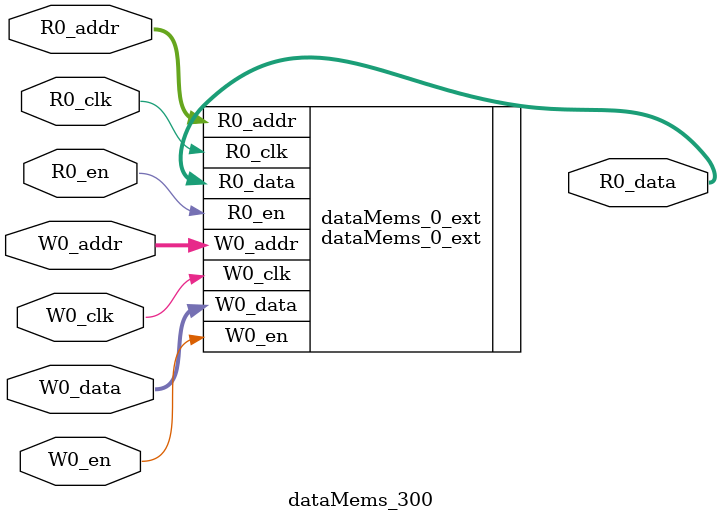
<source format=sv>
`ifndef RANDOMIZE
  `ifdef RANDOMIZE_REG_INIT
    `define RANDOMIZE
  `endif // RANDOMIZE_REG_INIT
`endif // not def RANDOMIZE
`ifndef RANDOMIZE
  `ifdef RANDOMIZE_MEM_INIT
    `define RANDOMIZE
  `endif // RANDOMIZE_MEM_INIT
`endif // not def RANDOMIZE

`ifndef RANDOM
  `define RANDOM $random
`endif // not def RANDOM

// Users can define 'PRINTF_COND' to add an extra gate to prints.
`ifndef PRINTF_COND_
  `ifdef PRINTF_COND
    `define PRINTF_COND_ (`PRINTF_COND)
  `else  // PRINTF_COND
    `define PRINTF_COND_ 1
  `endif // PRINTF_COND
`endif // not def PRINTF_COND_

// Users can define 'ASSERT_VERBOSE_COND' to add an extra gate to assert error printing.
`ifndef ASSERT_VERBOSE_COND_
  `ifdef ASSERT_VERBOSE_COND
    `define ASSERT_VERBOSE_COND_ (`ASSERT_VERBOSE_COND)
  `else  // ASSERT_VERBOSE_COND
    `define ASSERT_VERBOSE_COND_ 1
  `endif // ASSERT_VERBOSE_COND
`endif // not def ASSERT_VERBOSE_COND_

// Users can define 'STOP_COND' to add an extra gate to stop conditions.
`ifndef STOP_COND_
  `ifdef STOP_COND
    `define STOP_COND_ (`STOP_COND)
  `else  // STOP_COND
    `define STOP_COND_ 1
  `endif // STOP_COND
`endif // not def STOP_COND_

// Users can define INIT_RANDOM as general code that gets injected into the
// initializer block for modules with registers.
`ifndef INIT_RANDOM
  `define INIT_RANDOM
`endif // not def INIT_RANDOM

// If using random initialization, you can also define RANDOMIZE_DELAY to
// customize the delay used, otherwise 0.002 is used.
`ifndef RANDOMIZE_DELAY
  `define RANDOMIZE_DELAY 0.002
`endif // not def RANDOMIZE_DELAY

// Define INIT_RANDOM_PROLOG_ for use in our modules below.
`ifndef INIT_RANDOM_PROLOG_
  `ifdef RANDOMIZE
    `ifdef VERILATOR
      `define INIT_RANDOM_PROLOG_ `INIT_RANDOM
    `else  // VERILATOR
      `define INIT_RANDOM_PROLOG_ `INIT_RANDOM #`RANDOMIZE_DELAY begin end
    `endif // VERILATOR
  `else  // RANDOMIZE
    `define INIT_RANDOM_PROLOG_
  `endif // RANDOMIZE
`endif // not def INIT_RANDOM_PROLOG_

// Include register initializers in init blocks unless synthesis is set
`ifndef SYNTHESIS
  `ifndef ENABLE_INITIAL_REG_
    `define ENABLE_INITIAL_REG_
  `endif // not def ENABLE_INITIAL_REG_
`endif // not def SYNTHESIS

// Include rmemory initializers in init blocks unless synthesis is set
`ifndef SYNTHESIS
  `ifndef ENABLE_INITIAL_MEM_
    `define ENABLE_INITIAL_MEM_
  `endif // not def ENABLE_INITIAL_MEM_
`endif // not def SYNTHESIS

module dataMems_300(	// @[generators/ara/src/main/scala/UnsafeAXI4ToTL.scala:365:62]
  input  [4:0]  R0_addr,
  input         R0_en,
  input         R0_clk,
  output [66:0] R0_data,
  input  [4:0]  W0_addr,
  input         W0_en,
  input         W0_clk,
  input  [66:0] W0_data
);

  dataMems_0_ext dataMems_0_ext (	// @[generators/ara/src/main/scala/UnsafeAXI4ToTL.scala:365:62]
    .R0_addr (R0_addr),
    .R0_en   (R0_en),
    .R0_clk  (R0_clk),
    .R0_data (R0_data),
    .W0_addr (W0_addr),
    .W0_en   (W0_en),
    .W0_clk  (W0_clk),
    .W0_data (W0_data)
  );
endmodule


</source>
